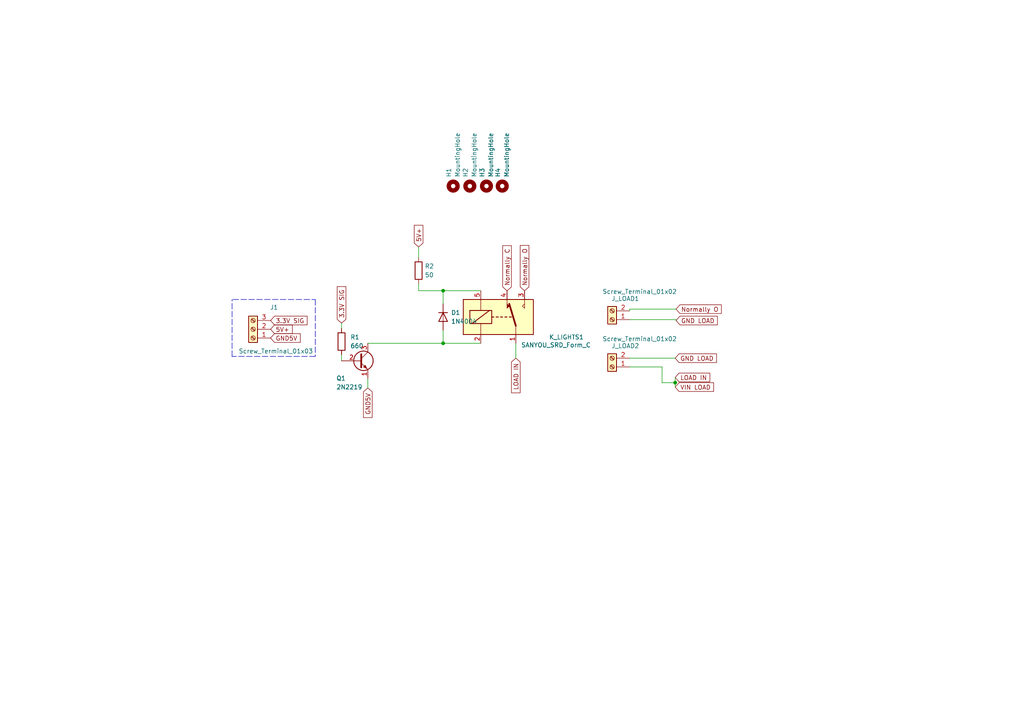
<source format=kicad_sch>
(kicad_sch (version 20211123) (generator eeschema)
  (paper "A4")
  (lib_symbols
    (symbol "Connector:Screw_Terminal_01x02" (pin_names (offset 1.016) hide)
      (property "Reference" "J" (at 0 2.54 0))
      (property "Value" "Screw_Terminal_01x02" (at 0 -5.08 0))
      (symbol "Screw_Terminal_01x02_1_1"
        (rectangle (start -1.27 1.27) (end 1.27 -3.81) (stroke (width 0.254)) (fill (type background)))
        (circle (center 0 -2.54) (radius 0.635) (stroke (width 0.1524)))
        (polyline (pts (xy -0.5334 -2.2098) (xy 0.3302 -3.048)) (stroke (width 0.1524)))
        (polyline (pts (xy -0.5334 0.3302) (xy 0.3302 -0.508)) (stroke (width 0.1524)))
        (polyline (pts (xy -0.3556 -2.032) (xy 0.508 -2.8702)) (stroke (width 0.1524)))
        (polyline (pts (xy -0.3556 0.508) (xy 0.508 -0.3302)) (stroke (width 0.1524)))
        (circle (center 0 0) (radius 0.635) (stroke (width 0.1524)))
        (pin passive line (at -5.08 0 0) (length 3.81) (name "Pin_1") (number "1"))
        (pin passive line (at -5.08 -2.54 0) (length 3.81) (name "Pin_2") (number "2"))
      )
    )
    (symbol "Connector:Screw_Terminal_01x03" (pin_names (offset 1.016) hide)
      (property "Reference" "J" (at 0 5.08 0))
      (property "Value" "Screw_Terminal_01x03" (at 0 -5.08 0))
      (symbol "Screw_Terminal_01x03_1_1"
        (rectangle (start -1.27 3.81) (end 1.27 -3.81) (stroke (width 0.254)) (fill (type background)))
        (circle (center 0 -2.54) (radius 0.635) (stroke (width 0.1524)))
        (polyline (pts (xy -0.5334 -2.2098) (xy 0.3302 -3.048)) (stroke (width 0.1524)))
        (polyline (pts (xy -0.5334 0.3302) (xy 0.3302 -0.508)) (stroke (width 0.1524)))
        (polyline (pts (xy -0.5334 2.8702) (xy 0.3302 2.032)) (stroke (width 0.1524)))
        (polyline (pts (xy -0.3556 -2.032) (xy 0.508 -2.8702)) (stroke (width 0.1524)))
        (polyline (pts (xy -0.3556 0.508) (xy 0.508 -0.3302)) (stroke (width 0.1524)))
        (polyline (pts (xy -0.3556 3.048) (xy 0.508 2.2098)) (stroke (width 0.1524)))
        (circle (center 0 0) (radius 0.635) (stroke (width 0.1524)))
        (circle (center 0 2.54) (radius 0.635) (stroke (width 0.1524)))
        (pin passive line (at -5.08 2.54 0) (length 3.81) (name "Pin_1") (number "1"))
        (pin passive line (at -5.08 0 0) (length 3.81) (name "Pin_2") (number "2"))
        (pin passive line (at -5.08 -2.54 0) (length 3.81) (name "Pin_3") (number "3"))
      )
    )
    (symbol "Device:R" (pin_numbers hide) (pin_names (offset 0))
      (property "Reference" "R" (at 2.032 0 90))
      (property "Value" "R" (at 0 0 90))
      (symbol "R_0_1"
        (rectangle (start -1.016 -2.54) (end 1.016 2.54) (stroke (width 0.254)))
      )
      (symbol "R_1_1"
        (pin passive line (at 0 3.81 270) (length 1.27) (name "~") (number "1"))
        (pin passive line (at 0 -3.81 90) (length 1.27) (name "~") (number "2"))
      )
    )
    (symbol "Diode:1N4004" (pin_numbers hide) (pin_names hide)
      (property "Reference" "D" (at 0 2.54 0))
      (property "Value" "1N4004" (at 0 -2.54 0))
      (symbol "1N4004_0_1"
        (polyline (pts (xy -1.27 1.27) (xy -1.27 -1.27)) (stroke (width 0.254)))
        (polyline (pts (xy 1.27 0) (xy -1.27 0)))
        (polyline (pts (xy 1.27 1.27) (xy 1.27 -1.27) (xy -1.27 0) (xy 1.27 1.27)) (stroke (width 0.254)))
      )
      (symbol "1N4004_1_1"
        (pin passive line (at -3.81 0 0) (length 2.54) (name "K") (number "1"))
        (pin passive line (at 3.81 0 180) (length 2.54) (name "A") (number "2"))
      )
    )
    (symbol "Mechanical:MountingHole" (pin_names (offset 1.016))
      (property "Reference" "H" (at 0 5.08 0))
      (property "Value" "MountingHole" (at 0 3.175 0))
      (symbol "MountingHole_0_1"
        (circle (center 0 0) (radius 1.27) (stroke (width 1.27)))
      )
    )
    (symbol "Relay:SANYOU_SRD_Form_C"
      (property "Reference" "K" (at 11.43 3.81 0))
      (property "Value" "SANYOU_SRD_Form_C" (at 11.43 1.27 0))
      (symbol "SANYOU_SRD_Form_C_0_0"
        (polyline (pts (xy 7.62 5.08) (xy 7.62 2.54) (xy 6.985 3.175) (xy 7.62 3.81)))
      )
      (symbol "SANYOU_SRD_Form_C_0_1"
        (rectangle (start -10.16 5.08) (end 10.16 -5.08) (stroke (width 0.254)) (fill (type background)))
        (rectangle (start -8.255 1.905) (end -1.905 -1.905) (stroke (width 0.254)))
        (polyline (pts (xy -7.62 -1.905) (xy -2.54 1.905)) (stroke (width 0.254)))
        (polyline (pts (xy -5.08 -5.08) (xy -5.08 -1.905)))
        (polyline (pts (xy -5.08 5.08) (xy -5.08 1.905)))
        (polyline (pts (xy -1.905 0) (xy -1.27 0)) (stroke (width 0.254)))
        (polyline (pts (xy -0.635 0) (xy 0 0)) (stroke (width 0.254)))
        (polyline (pts (xy 0.635 0) (xy 1.27 0)) (stroke (width 0.254)))
        (polyline (pts (xy 1.905 0) (xy 2.54 0)) (stroke (width 0.254)))
        (polyline (pts (xy 3.175 0) (xy 3.81 0)) (stroke (width 0.254)))
        (polyline (pts (xy 5.08 -2.54) (xy 3.175 3.81)) (stroke (width 0.508)))
        (polyline (pts (xy 5.08 -2.54) (xy 5.08 -5.08)))
      )
      (symbol "SANYOU_SRD_Form_C_1_1"
        (polyline (pts (xy 2.54 3.81) (xy 3.175 3.175) (xy 2.54 2.54) (xy 2.54 5.08)) (fill (type outline)))
        (pin passive line (at 5.08 -7.62 90) (length 2.54) (name "~") (number "1"))
        (pin passive line (at -5.08 -7.62 90) (length 2.54) (name "~") (number "2"))
        (pin passive line (at 7.62 7.62 270) (length 2.54) (name "~") (number "3"))
        (pin passive line (at 2.54 7.62 270) (length 2.54) (name "~") (number "4"))
        (pin passive line (at -5.08 7.62 270) (length 2.54) (name "~") (number "5"))
      )
    )
    (symbol "Transistor_BJT:2N2219" (pin_names (offset 0) hide)
      (property "Reference" "Q" (at 5.08 1.905 0))
      (property "Value" "2N2219" (at 5.08 0 0))
      (symbol "2N2219_0_1"
        (polyline (pts (xy 0.635 0.635) (xy 2.54 2.54)))
        (polyline (pts (xy 0.635 -0.635) (xy 2.54 -2.54) (xy 2.54 -2.54)))
        (polyline (pts (xy 0.635 1.905) (xy 0.635 -1.905) (xy 0.635 -1.905)) (stroke (width 0.508)))
        (polyline (pts (xy 1.27 -1.778) (xy 1.778 -1.27) (xy 2.286 -2.286) (xy 1.27 -1.778) (xy 1.27 -1.778)) (fill (type outline)))
        (circle (center 1.27 0) (radius 2.8194) (stroke (width 0.254)))
      )
      (symbol "2N2219_1_1"
        (pin passive line (at 2.54 -5.08 90) (length 2.54) (name "E") (number "1"))
        (pin passive line (at -5.08 0 0) (length 5.715) (name "B") (number "2"))
        (pin passive line (at 2.54 5.08 270) (length 2.54) (name "C") (number "3"))
      )
    )
  )
  (junction (at 128.524 84.328))
  (junction (at 195.834 110.998))
  (junction (at 128.524 99.568))
  (wire (pts (xy 106.68 109.728) (xy 106.68 112.522)))
  (polyline (pts (xy 91.44 103.378) (xy 67.31 103.378)))
  (wire (pts (xy 149.606 99.568) (xy 149.606 103.886)))
  (wire (pts (xy 182.626 89.662) (xy 182.626 90.17)))
  (wire (pts (xy 121.412 82.296) (xy 121.412 84.328)))
  (wire (pts (xy 182.626 92.71) (xy 196.088 92.71)))
  (wire (pts (xy 128.524 95.758) (xy 128.524 99.568)))
  (wire (pts (xy 196.088 89.662) (xy 182.626 89.662)))
  (wire (pts (xy 99.06 93.726) (xy 99.06 95.25)))
  (wire (pts (xy 128.524 88.138) (xy 128.524 84.328)))
  (polyline (pts (xy 67.31 103.378) (xy 67.31 86.868)))
  (wire (pts (xy 196.088 92.71) (xy 196.088 92.964)))
  (wire (pts (xy 192.024 106.426) (xy 192.024 110.998)))
  (wire (pts (xy 121.412 84.328) (xy 128.524 84.328)))
  (wire (pts (xy 106.68 99.568) (xy 128.524 99.568)))
  (wire (pts (xy 121.412 71.628) (xy 121.412 74.676)))
  (wire (pts (xy 99.06 102.87) (xy 99.06 104.648)))
  (wire (pts (xy 182.626 106.426) (xy 192.024 106.426)))
  (polyline (pts (xy 67.564 86.868) (xy 91.44 86.868)))
  (wire (pts (xy 195.834 103.886) (xy 182.626 103.886)))
  (wire (pts (xy 128.524 99.568) (xy 139.446 99.568)))
  (polyline (pts (xy 91.44 86.868) (xy 91.44 103.378)))
  (wire (pts (xy 195.834 109.474) (xy 195.834 110.998)))
  (wire (pts (xy 195.834 110.998) (xy 195.834 112.268)))
  (wire (pts (xy 192.024 110.998) (xy 195.834 110.998)))
  (wire (pts (xy 128.524 84.328) (xy 139.446 84.328)))
  (global_label "GND5V" (shape input) (at 106.68 112.522 270) (property "Intersheet References" "${INTERSHEET_REFS}" (effects hide)))
  (global_label "3.3V SIG" (shape input) (at 78.486 92.964 0) (property "Intersheet References" "${INTERSHEET_REFS}" (effects hide)))
  (global_label "LOAD IN" (shape input) (at 195.834 109.474 0) (property "Intersheet References" "${INTERSHEET_REFS}" (effects hide)))
  (global_label "Normally O" (shape input) (at 152.146 84.328 90) (property "Intersheet References" "${INTERSHEET_REFS}" (effects hide)))
  (global_label "5V+" (shape input) (at 121.412 71.628 90) (property "Intersheet References" "${INTERSHEET_REFS}" (effects hide)))
  (global_label "GND LOAD" (shape input) (at 195.834 103.886 0) (property "Intersheet References" "${INTERSHEET_REFS}" (effects hide)))
  (global_label "GND LOAD" (shape input) (at 196.088 92.964 0) (property "Intersheet References" "${INTERSHEET_REFS}" (effects hide)))
  (global_label "LOAD IN" (shape input) (at 149.606 103.886 270) (property "Intersheet References" "${INTERSHEET_REFS}" (effects hide)))
  (global_label "Normally C" (shape input) (at 147.066 84.328 90) (property "Intersheet References" "${INTERSHEET_REFS}" (effects hide)))
  (global_label "5V+" (shape input) (at 78.486 95.504 0) (property "Intersheet References" "${INTERSHEET_REFS}" (effects hide)))
  (global_label "VIN LOAD" (shape input) (at 195.834 112.268 0) (property "Intersheet References" "${INTERSHEET_REFS}" (effects hide)))
  (global_label "GND5V" (shape input) (at 78.486 98.044 0) (property "Intersheet References" "${INTERSHEET_REFS}" (effects hide)))
  (global_label "3.3V SIG" (shape input) (at 99.06 93.726 90) (property "Intersheet References" "${INTERSHEET_REFS}" (effects hide)))
  (global_label "Normally O" (shape input) (at 196.088 89.662 0) (property "Intersheet References" "${INTERSHEET_REFS}" (effects hide)))
  (symbol (lib_id "Connector:Screw_Terminal_01x02") (at 177.546 106.426 180) (unit 1)
    (property "Reference" "J_LOAD2" (at 185.42 100.33 0) (effects (justify left)))
    (property "Value" "Screw_Terminal_01x02" (at 196.342 98.298 0) (effects (justify left)))
    (property "Footprint" "TerminalBlock:TerminalBlock_Altech_AK300-2_P5.00mm" (effects hide))
  )
  (symbol (lib_id "Diode:1N4004") (at 128.524 91.948 270) (unit 1)
    (property "Reference" "D1" (at 130.81 90.6779 90) (effects (justify left)))
    (property "Value" "1N4004" (at 130.81 93.2179 90) (effects (justify left)))
    (property "Footprint" "Diode_THT:D_DO-41_SOD81_P10.16mm_Horizontal" (effects hide))
    (property "Datasheet" "http://www.vishay.com/docs/88503/1n4001.pdf" (effects hide))
  )
  (symbol (lib_id "Device:R") (at 99.06 99.06 0) (unit 1)
    (property "Reference" "R1" (at 101.6 97.7899 0) (effects (justify left)))
    (property "Value" "660" (at 101.6 100.3299 0) (effects (justify left)))
    (property "Footprint" "Resistor_THT:R_Axial_DIN0204_L3.6mm_D1.6mm_P2.54mm_Vertical" (effects hide))
  )
  (symbol (lib_id "Device:R") (at 121.412 78.486 0) (unit 1)
    (property "Reference" "R2" (at 123.19 77.2159 0) (effects (justify left)))
    (property "Value" "50" (at 123.19 79.7559 0) (effects (justify left)))
    (property "Footprint" "Resistor_THT:R_Axial_DIN0204_L3.6mm_D1.6mm_P2.54mm_Vertical" (effects hide))
  )
  (symbol (lib_id "Mechanical:MountingHole") (at 145.669 53.975 90) (unit 1)
    (property "Reference" "H4" (at 144.3989 51.435 0) (effects (justify left)))
    (property "Value" "MountingHole" (at 146.9389 51.435 0) (effects (justify left)))
    (property "Footprint" "MountingHole:MountingHole_4.3mm_M4_DIN965_Pad" (effects hide))
  )
  (symbol (lib_id "Connector:Screw_Terminal_01x03") (at 73.406 95.504 180) (unit 1)
    (property "Reference" "J1" (at 79.502 89.154 0))
    (property "Value" "Screw_Terminal_01x03" (at 80.01 101.854 0))
    (property "Footprint" "TerminalBlock:TerminalBlock_Altech_AK300-3_P5.00mm" (effects hide))
  )
  (symbol (lib_id "Mechanical:MountingHole") (at 131.445 53.975 90) (unit 1)
    (property "Reference" "H1" (at 130.1749 51.435 0) (effects (justify left)))
    (property "Value" "MountingHole" (at 132.7149 51.435 0) (effects (justify left)))
    (property "Footprint" "MountingHole:MountingHole_4.3mm_M4_DIN965_Pad" (effects hide))
  )
  (symbol (lib_id "Mechanical:MountingHole") (at 136.271 53.975 90) (unit 1)
    (property "Reference" "H2" (at 135.0009 51.435 0) (effects (justify left)))
    (property "Value" "MountingHole" (at 137.5409 51.435 0) (effects (justify left)))
    (property "Footprint" "MountingHole:MountingHole_4.3mm_M4_DIN965_Pad" (effects hide))
  )
  (symbol (lib_id "Connector:Screw_Terminal_01x02") (at 177.546 92.71 180) (unit 1)
    (property "Reference" "J_LOAD1" (at 185.42 86.614 0) (effects (justify left)))
    (property "Value" "Screw_Terminal_01x02" (at 196.342 84.582 0) (effects (justify left)))
    (property "Footprint" "TerminalBlock:TerminalBlock_Altech_AK300-2_P5.00mm" (effects hide))
  )
  (symbol (lib_id "Transistor_BJT:2N2219") (at 104.14 104.648 0) (unit 1)
    (property "Reference" "Q1" (at 97.536 109.728 0) (effects (justify left)))
    (property "Value" "2N2219" (at 97.536 112.268 0) (effects (justify left)))
    (property "Footprint" "Package_TO_SOT_THT:TO-39-3" (effects hide))
    (property "Datasheet" "http://www.onsemi.com/pub_link/Collateral/2N2219-D.PDF" (effects hide))
  )
  (symbol (lib_id "Relay:SANYOU_SRD_Form_C") (at 144.526 91.948 0) (unit 1)
    (property "Reference" "K_LIGHTS1" (at 159.258 97.79 0) (effects (justify left)))
    (property "Value" "SANYOU_SRD_Form_C" (at 151.13 100.0759 0) (effects (justify left)))
    (property "Footprint" "Relay_THT:Relay_SPDT_SANYOU_SRD_Series_Form_C" (effects hide))
    (property "Datasheet" "http://www.sanyourelay.ca/public/products/pdf/SRD.pdf" (effects hide))
  )
  (symbol (lib_id "Mechanical:MountingHole") (at 141.097 53.975 90) (unit 1)
    (property "Reference" "H3" (at 139.8269 51.435 0) (effects (justify left)))
    (property "Value" "MountingHole" (at 142.3669 51.435 0) (effects (justify left)))
    (property "Footprint" "MountingHole:MountingHole_4.3mm_M4_DIN965_Pad" (effects hide))
  )
)
</source>
